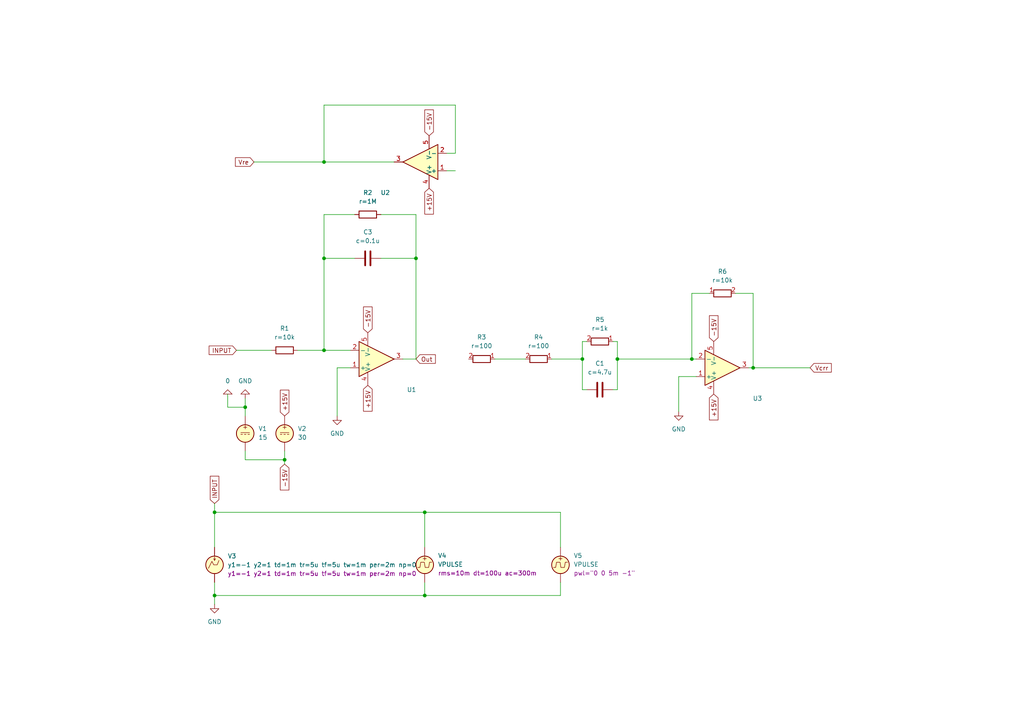
<source format=kicad_sch>
(kicad_sch (version 20231120) (generator "eeschema") (generator_version "8.0")
  (paper "A4")
  (lib_symbols
    (symbol "Device:C" (pin_numbers hide) (pin_names (offset 0.254))
      (property "Reference" "C" (at 0.635 2.54 0))
      (property "Value" "C" (at 0.635 -2.54 0))
      (symbol "C_0_1"
        (polyline (pts (xy -2.032 -0.762) (xy 2.032 -0.762)) (stroke (width 0.508)))
        (polyline (pts (xy -2.032 0.762) (xy 2.032 0.762)) (stroke (width 0.508)))
      )
      (symbol "C_1_1"
        (pin passive line (at 0 3.81 270) (length 2.794) (name "~") (number "1"))
        (pin passive line (at 0 -3.81 90) (length 2.794) (name "~") (number "2"))
      )
    )
    (symbol "Device:R" (pin_numbers hide) (pin_names (offset 0))
      (property "Reference" "R" (at 2.032 0 90))
      (property "Value" "R" (at 0 0 90))
      (symbol "R_0_1"
        (rectangle (start -1.016 -2.54) (end 1.016 2.54) (stroke (width 0.254)))
      )
      (symbol "R_1_1"
        (pin passive line (at 0 3.81 270) (length 1.27) (name "~") (number "1"))
        (pin passive line (at 0 -3.81 90) (length 1.27) (name "~") (number "2"))
      )
    )
    (symbol "GND_1" (power) (pin_numbers hide) (pin_names (offset 0) hide)
      (property "Value" "GND" (at 0 -3.81 0))
      (symbol "GND_1_0_1"
        (polyline (pts (xy 0 0) (xy 0 -1.27) (xy 1.27 -1.27) (xy 0 -2.54) (xy -1.27 -1.27) (xy 0 -1.27)))
      )
      (symbol "GND_1_1_1"
        (pin power_in line (at 0 0 270) (length 0) (name "~") (number "1"))
      )
    )
    (symbol "R_1" (pin_names (offset 0))
      (property "Reference" "R" (at 2.032 0 90))
      (property "Value" "R" (at 0 0 90))
      (symbol "R_1_0_1"
        (rectangle (start -1.016 -2.54) (end 1.016 2.54) (stroke (width 0.254)))
      )
      (symbol "R_1_1_1"
        (pin passive line (at 0 3.81 270) (length 1.27) (name "~") (number "1"))
        (pin passive line (at 0 -3.81 90) (length 1.27) (name "~") (number "2"))
      )
    )
    (symbol "Simulation_SPICE:0" (power) (pin_names (offset 0))
      (property "Value" "0" (at 0 -1.778 0))
      (symbol "0_0_1"
        (polyline (pts (xy -1.27 0) (xy 0 -1.27) (xy 1.27 0) (xy -1.27 0)))
      )
      (symbol "0_1_1"
        (pin power_in line (at 0 0 0) (length 0) hide (name "0") (number "1"))
      )
    )
    (symbol "Simulation_SPICE:IPWL" (pin_numbers hide) (pin_names (offset 0.0254))
      (property "Reference" "I" (at 2.54 2.54 0))
      (property "Value" "IPWL" (at 2.54 0 0))
      (property "Sim.Params" "pwl=\"0 -1 50n -1 51n 0 97n 1 171n -1 200n -1\"" (at 2.54 -2.54 0))
      (symbol "IPWL_0_0"
        (polyline (pts (xy -1.778 -1.016) (xy -0.762 1.016) (xy -0.254 0) (xy 0.762 0) (xy 1.27 1.27)))
      )
      (symbol "IPWL_0_1"
        (polyline (pts (xy 0 1.27) (xy 0 2.286)))
        (polyline (pts (xy -0.254 1.778) (xy 0 1.27) (xy 0.254 1.778)))
        (circle (center 0 0) (radius 2.54) (stroke (width 0.254)) (fill (type background)))
      )
      (symbol "IPWL_1_1"
        (pin passive line (at 0 5.08 270) (length 2.54) (name "~") (number "1"))
        (pin passive line (at 0 -5.08 90) (length 2.54) (name "~") (number "2"))
      )
    )
    (symbol "Simulation_SPICE:OPAMP" (pin_names (offset 0.254))
      (property "Reference" "U" (at 3.81 3.175 0))
      (property "Value" "${SIM.PARAMS}" (at 3.81 -3.175 0))
      (symbol "OPAMP_0_1"
        (polyline (pts (xy 5.08 0) (xy -5.08 5.08) (xy -5.08 -5.08) (xy 5.08 0)) (stroke (width 0.254)) (fill (type background)))
      )
      (symbol "OPAMP_1_1"
        (pin input line (at -7.62 2.54 0) (length 2.54) (name "+") (number "1"))
        (pin input line (at -7.62 -2.54 0) (length 2.54) (name "-") (number "2"))
        (pin output line (at 7.62 0 180) (length 2.54) (name "~") (number "3"))
        (pin power_in line (at -2.54 7.62 270) (length 3.81) (name "V+") (number "4"))
        (pin power_in line (at -2.54 -7.62 90) (length 3.81) (name "V-") (number "5"))
      )
    )
    (symbol "Simulation_SPICE:VDC" (pin_numbers hide) (pin_names (offset 0.0254))
      (property "Reference" "V" (at 2.54 2.54 0))
      (property "Value" "1" (at 2.54 0 0))
      (symbol "VDC_0_0"
        (polyline (pts (xy -1.27 0.254) (xy 1.27 0.254)))
        (polyline (pts (xy -0.762 -0.254) (xy -1.27 -0.254)))
        (polyline (pts (xy 0.254 -0.254) (xy -0.254 -0.254)))
        (polyline (pts (xy 1.27 -0.254) (xy 0.762 -0.254)))
        (text "+" (at 0 1.905 0) (effects (font (size 1.27 1.27))))
      )
      (symbol "VDC_0_1"
        (circle (center 0 0) (radius 2.54) (stroke (width 0.254)) (fill (type background)))
      )
      (symbol "VDC_1_1"
        (pin passive line (at 0 5.08 270) (length 2.54) (name "~") (number "1"))
        (pin passive line (at 0 -5.08 90) (length 2.54) (name "~") (number "2"))
      )
    )
    (symbol "Simulation_SPICE:VPULSE" (pin_numbers hide) (pin_names (offset 0.0254))
      (property "Reference" "V" (at 2.54 2.54 0))
      (property "Value" "VPULSE" (at 2.54 0 0))
      (property "Sim.Params" "y1=0 y2=1 td=2n tr=2n tf=2n tw=50n per=100n" (at 2.54 -2.54 0))
      (symbol "VPULSE_0_0"
        (polyline (pts (xy -2.032 -0.762) (xy -1.397 -0.762) (xy -1.143 0.762) (xy -0.127 0.762) (xy 0.127 -0.762) (xy 1.143 -0.762) (xy 1.397 0.762) (xy 2.032 0.762)))
        (text "+" (at 0 1.905 0) (effects (font (size 1.27 1.27))))
      )
      (symbol "VPULSE_0_1"
        (circle (center 0 0) (radius 2.54) (stroke (width 0.254)) (fill (type background)))
      )
      (symbol "VPULSE_1_1"
        (pin passive line (at 0 5.08 270) (length 2.54) (name "~") (number "1"))
        (pin passive line (at 0 -5.08 90) (length 2.54) (name "~") (number "2"))
      )
    )
    (symbol "power:GND" (power) (pin_names (offset 0))
      (property "Value" "GND" (at 0 -3.81 0))
      (symbol "GND_0_1"
        (polyline (pts (xy 0 0) (xy 0 -1.27) (xy 1.27 -1.27) (xy 0 -2.54) (xy -1.27 -1.27) (xy 0 -1.27)))
      )
      (symbol "GND_1_1"
        (pin power_in line (at 0 0 270) (length 0) hide (name "GND") (number "1"))
      )
    )
  )
  (junction (at 168.91 104.14))
  (junction (at 82.55 133.35))
  (junction (at 179.07 104.14))
  (junction (at 93.98 46.99))
  (junction (at 93.98 74.93))
  (junction (at 123.19 172.72))
  (junction (at 62.23 148.59))
  (junction (at 62.23 172.72))
  (junction (at 123.19 148.59))
  (junction (at 200.66 104.14))
  (junction (at 93.98 101.6))
  (junction (at 71.12 118.11))
  (junction (at 218.44 106.68))
  (junction (at 120.65 74.93))
  (wire (pts (xy 213.36 85.09) (xy 218.44 85.09)))
  (wire (pts (xy 110.49 62.23) (xy 120.65 62.23)))
  (wire (pts (xy 93.98 30.48) (xy 132.08 30.48)))
  (wire (pts (xy 102.87 62.23) (xy 93.98 62.23)))
  (wire (pts (xy 93.98 62.23) (xy 93.98 74.93)))
  (wire (pts (xy 168.91 99.06) (xy 170.18 99.06)))
  (wire (pts (xy 97.79 106.68) (xy 97.79 120.65)))
  (wire (pts (xy 168.91 113.03) (xy 168.91 104.14)))
  (wire (pts (xy 179.07 104.14) (xy 200.66 104.14)))
  (wire (pts (xy 201.93 109.22) (xy 196.85 109.22)))
  (wire (pts (xy 143.51 104.14) (xy 152.4 104.14)))
  (wire (pts (xy 82.55 130.81) (xy 82.55 133.35)))
  (wire (pts (xy 71.12 118.11) (xy 66.04 118.11)))
  (wire (pts (xy 132.08 44.45) (xy 129.54 44.45)))
  (wire (pts (xy 162.56 158.75) (xy 162.56 148.59)))
  (wire (pts (xy 93.98 101.6) (xy 101.6 101.6)))
  (wire (pts (xy 177.8 99.06) (xy 179.07 99.06)))
  (wire (pts (xy 62.23 148.59) (xy 123.19 148.59)))
  (wire (pts (xy 218.44 85.09) (xy 218.44 106.68)))
  (wire (pts (xy 205.74 85.09) (xy 200.66 85.09)))
  (wire (pts (xy 120.65 62.23) (xy 120.65 74.93)))
  (wire (pts (xy 200.66 85.09) (xy 200.66 104.14)))
  (wire (pts (xy 129.54 49.53) (xy 132.08 49.53)))
  (wire (pts (xy 93.98 46.99) (xy 93.98 30.48)))
  (wire (pts (xy 71.12 133.35) (xy 82.55 133.35)))
  (wire (pts (xy 71.12 118.11) (xy 71.12 120.65)))
  (wire (pts (xy 168.91 104.14) (xy 168.91 99.06)))
  (wire (pts (xy 86.36 101.6) (xy 93.98 101.6)))
  (wire (pts (xy 160.02 104.14) (xy 168.91 104.14)))
  (wire (pts (xy 82.55 133.35) (xy 82.55 134.62)))
  (wire (pts (xy 93.98 74.93) (xy 102.87 74.93)))
  (wire (pts (xy 71.12 130.81) (xy 71.12 133.35)))
  (wire (pts (xy 123.19 172.72) (xy 162.56 172.72)))
  (wire (pts (xy 218.44 106.68) (xy 234.95 106.68)))
  (wire (pts (xy 116.84 104.14) (xy 120.65 104.14)))
  (wire (pts (xy 110.49 74.93) (xy 120.65 74.93)))
  (wire (pts (xy 200.66 104.14) (xy 201.93 104.14)))
  (wire (pts (xy 101.6 106.68) (xy 97.79 106.68)))
  (wire (pts (xy 196.85 109.22) (xy 196.85 119.38)))
  (wire (pts (xy 93.98 46.99) (xy 114.3 46.99)))
  (wire (pts (xy 179.07 104.14) (xy 179.07 113.03)))
  (wire (pts (xy 162.56 148.59) (xy 123.19 148.59)))
  (wire (pts (xy 66.04 118.11) (xy 66.04 114.3)))
  (wire (pts (xy 179.07 99.06) (xy 179.07 104.14)))
  (wire (pts (xy 162.56 172.72) (xy 162.56 168.91)))
  (wire (pts (xy 93.98 74.93) (xy 93.98 101.6)))
  (wire (pts (xy 179.07 113.03) (xy 177.8 113.03)))
  (wire (pts (xy 123.19 168.91) (xy 123.19 172.72)))
  (wire (pts (xy 62.23 168.91) (xy 62.23 172.72)))
  (wire (pts (xy 62.23 146.05) (xy 62.23 148.59)))
  (wire (pts (xy 217.17 106.68) (xy 218.44 106.68)))
  (wire (pts (xy 71.12 115.57) (xy 71.12 118.11)))
  (wire (pts (xy 68.58 101.6) (xy 78.74 101.6)))
  (wire (pts (xy 120.65 74.93) (xy 120.65 104.14)))
  (wire (pts (xy 123.19 172.72) (xy 62.23 172.72)))
  (wire (pts (xy 73.66 46.99) (xy 93.98 46.99)))
  (wire (pts (xy 123.19 158.75) (xy 123.19 148.59)))
  (wire (pts (xy 62.23 148.59) (xy 62.23 158.75)))
  (wire (pts (xy 132.08 30.48) (xy 132.08 44.45)))
  (wire (pts (xy 170.18 113.03) (xy 168.91 113.03)))
  (wire (pts (xy 62.23 172.72) (xy 62.23 175.26)))
  (global_label "Out" (shape input) (at 120.65 104.14 0) (property "Intersheetrefs" "${INTERSHEET_REFS}" (effects (hide yes))))
  (global_label "INPUT" (shape input) (at 68.58 101.6 180) (property "Intersheetrefs" "${INTERSHEET_REFS}" (effects (hide yes))))
  (global_label "-15V" (shape input) (at 106.68 96.52 90) (property "Intersheetrefs" "${INTERSHEET_REFS}" (effects (hide yes))))
  (global_label "-15V" (shape input) (at 207.01 99.06 90) (property "Intersheetrefs" "${INTERSHEET_REFS}" (effects (hide yes))))
  (global_label "+15V" (shape input) (at 82.55 120.65 90) (property "Intersheetrefs" "${INTERSHEET_REFS}" (effects (hide yes))))
  (global_label "-15V" (shape input) (at 124.46 39.37 90) (property "Intersheetrefs" "${INTERSHEET_REFS}" (effects (hide yes))))
  (global_label "+15V" (shape input) (at 124.46 54.61 270) (property "Intersheetrefs" "${INTERSHEET_REFS}" (effects (hide yes))))
  (global_label "INPUT" (shape input) (at 62.23 146.05 90) (property "Intersheetrefs" "${INTERSHEET_REFS}" (effects (hide yes))))
  (global_label "Vre" (shape input) (at 73.66 46.99 180) (property "Intersheetrefs" "${INTERSHEET_REFS}" (effects (hide yes))))
  (global_label "Vcrr" (shape input) (at 234.95 106.68 0) (property "Intersheetrefs" "${INTERSHEET_REFS}" (effects (hide yes))))
  (global_label "-15V" (shape input) (at 82.55 134.62 270) (property "Intersheetrefs" "${INTERSHEET_REFS}" (effects (hide yes))))
  (global_label "+15V" (shape input) (at 207.01 114.3 270) (property "Intersheetrefs" "${INTERSHEET_REFS}" (effects (hide yes))))
  (global_label "+15V" (shape input) (at 106.68 111.76 270) (property "Intersheetrefs" "${INTERSHEET_REFS}" (effects (hide yes))))
  (symbol (lib_id "power:GND") (at 62.23 175.26 0) (unit 1)
    (property "Reference" "#PWR04" (effects (hide yes)))
    (property "Value" "GND" (at 62.23 180.34 0))
  )
  (symbol (lib_id "Device:R") (at 82.55 101.6 90) (unit 1)
    (property "Reference" "R1" (at 82.55 95.25 90))
    (property "Value" "${SIM.PARAMS}" (at 82.55 97.79 90))
    (property "Sim.Device" "R" (effects (hide yes)))
    (property "Sim.Type" "=" (effects (hide yes)))
    (property "Sim.Params" "r=10k" (effects (hide yes)))
    (property "Sim.Pins" "1=+ 2=-" (effects (hide yes)))
  )
  (symbol (lib_id "Simulation_SPICE:OPAMP") (at 121.92 46.99 180) (unit 1) (exclude_from_sim yes)
    (property "Reference" "U2" (at 111.76 55.88 0))
    (property "Value" "${SIM.PARAMS}" (at 111.76 53.34 0))
    (property "Sim.Pins" "1=1 2=2 3=5 4=3 5=4" (effects (hide yes)))
    (property "Sim.Device" "SUBCKT" (effects (hide yes)))
    (property "Sim.Library" "OP07D.LIB" (effects (hide yes)))
    (property "Sim.Name" "OP07D" (effects (hide yes)))
  )
  (symbol (lib_id "Simulation_SPICE:0") (at 66.04 114.3 180) (unit 1)
    (property "Reference" "#GND01" (effects (hide yes)))
    (property "Value" "0" (at 66.04 110.49 0))
  )
  (symbol (lib_id "Device:C") (at 106.68 74.93 90) (unit 1)
    (property "Reference" "C3" (at 106.68 67.31 90))
    (property "Value" "${SIM.PARAMS}" (at 106.68 69.85 90))
    (property "Description" "Unpolarized capacitor" (effects (hide yes)))
    (property "Sim.Device" "C" (effects (hide yes)))
    (property "Sim.Type" "=" (effects (hide yes)))
    (property "Sim.Params" "c=0.1u" (effects (hide yes)))
    (property "Sim.Pins" "1=+ 2=-" (effects (hide yes)))
  )
  (symbol (lib_id "Simulation_SPICE:VPULSE") (at 162.56 163.83 0) (unit 1) (exclude_from_sim yes)
    (property "Reference" "V5" (at 166.37 161.1601 0) (effects (justify left)))
    (property "Value" "VPULSE" (at 166.37 163.7001 0) (effects (justify left)))
    (property "Datasheet" "https://ngspice.sourceforge.io/docs/ngspice-html-manual/manual.xhtml#sec_Independent_Sources_for" (effects (hide yes)))
    (property "Description" "Voltage source, pulse" (effects (hide yes)))
    (property "Sim.Pins" "1=+ 2=-" (effects (hide yes)))
    (property "Sim.Type" "PWL" (effects (hide yes)))
    (property "Sim.Device" "V" (effects (hide yes)))
    (property "Sim.Params" "pwl=\"0 0 5m -1\"" (at 166.37 166.2401 0) (effects (justify left)))
  )
  (symbol (lib_id "Simulation_SPICE:IPWL") (at 62.23 163.83 0) (unit 1)
    (property "Reference" "V3" (at 66.04 161.29 0) (effects (justify left)))
    (property "Value" "${SIM.PARAMS}" (at 66.04 163.83 0) (effects (justify left)))
    (property "Sim.Pins" "1=+ 2=-" (effects (hide yes)))
    (property "Sim.Device" "V" (effects (hide yes)))
    (property "Sim.Params" "y1=-1 y2=1 td=1m tr=5u tf=5u tw=1m per=2m np=0" (at 66.04 166.37 0) (effects (justify left)))
    (property "Sim.Type" "PULSE" (effects (hide yes)))
  )
  (symbol (lib_id "Device:R") (at 106.68 62.23 90) (unit 1)
    (property "Reference" "R2" (at 106.68 55.88 90))
    (property "Value" "${SIM.PARAMS}" (at 106.68 58.42 90))
    (property "Sim.Device" "R" (effects (hide yes)))
    (property "Sim.Type" "=" (effects (hide yes)))
    (property "Sim.Params" "r=1M" (effects (hide yes)))
    (property "Sim.Pins" "1=+ 2=-" (effects (hide yes)))
  )
  (symbol (lib_id "Device:C") (at 173.99 113.03 90) (unit 1) (exclude_from_sim yes)
    (property "Reference" "C1" (at 173.99 105.41 90))
    (property "Value" "${SIM.PARAMS}" (at 173.99 107.95 90))
    (property "Description" "Unpolarized capacitor" (effects (hide yes)))
    (property "Sim.Device" "C" (effects (hide yes)))
    (property "Sim.Type" "=" (effects (hide yes)))
    (property "Sim.Params" "c=4.7u" (effects (hide yes)))
    (property "Sim.Pins" "1=+ 2=-" (effects (hide yes)))
  )
  (symbol (lib_name "R_1") (lib_id "Device:R") (at 156.21 104.14 270) (unit 1) (exclude_from_sim yes)
    (property "Reference" "R4" (at 156.21 97.79 90))
    (property "Value" "${SIM.PARAMS}" (at 156.21 100.33 90))
    (property "Sim.Device" "R" (effects (hide yes)))
    (property "Sim.Type" "=" (effects (hide yes)))
    (property "Sim.Params" "r=100" (effects (hide yes)))
    (property "Sim.Pins" "1=+ 2=-" (effects (hide yes)))
  )
  (symbol (lib_name "GND_1") (lib_id "power:GND") (at 196.85 119.38 0) (unit 1) (exclude_from_sim yes)
    (property "Reference" "#PWR03" (effects (hide yes)))
    (property "Value" "GND" (at 196.85 124.46 0))
    (property "Description" "Power symbol creates a global label with name \"GND\" , ground" (effects (hide yes)))
  )
  (symbol (lib_id "Simulation_SPICE:VDC") (at 71.12 125.73 0) (unit 1)
    (property "Reference" "V1" (at 74.93 124.3302 0) (effects (justify left)))
    (property "Value" "15" (at 74.93 126.8702 0) (effects (justify left)))
    (property "Sim.Pins" "1=+ 2=-" (effects (hide yes)))
    (property "Sim.Type" "DC" (effects (hide yes)))
    (property "Sim.Device" "V" (effects (hide yes)))
  )
  (symbol (lib_id "Simulation_SPICE:VPULSE") (at 123.19 163.83 0) (unit 1) (exclude_from_sim yes)
    (property "Reference" "V4" (at 127 161.1601 0) (effects (justify left)))
    (property "Value" "VPULSE" (at 127 163.7001 0) (effects (justify left)))
    (property "Datasheet" "https://ngspice.sourceforge.io/docs/ngspice-html-manual/manual.xhtml#sec_Independent_Sources_for" (effects (hide yes)))
    (property "Description" "Voltage source, pulse" (effects (hide yes)))
    (property "Sim.Pins" "1=+ 2=-" (effects (hide yes)))
    (property "Sim.Type" "WHITENOISE" (effects (hide yes)))
    (property "Sim.Device" "V" (effects (hide yes)))
    (property "Sim.Params" "rms=10m dt=100u ac=300m" (at 127 166.2401 0) (effects (justify left)))
  )
  (symbol (lib_id "Simulation_SPICE:VDC") (at 82.55 125.73 0) (unit 1)
    (property "Reference" "V2" (at 86.36 124.3302 0) (effects (justify left)))
    (property "Value" "30" (at 86.36 126.8702 0) (effects (justify left)))
    (property "Sim.Pins" "1=+ 2=-" (effects (hide yes)))
    (property "Sim.Type" "DC" (effects (hide yes)))
    (property "Sim.Device" "V" (effects (hide yes)))
    (property "Sim.Params" "dc=30" (effects (hide yes)))
  )
  (symbol (lib_id "power:GND") (at 97.79 120.65 0) (unit 1)
    (property "Reference" "#PWR02" (effects (hide yes)))
    (property "Value" "GND" (at 97.79 125.73 0))
  )
  (symbol (lib_name "R_1") (lib_id "Device:R") (at 139.7 104.14 270) (unit 1) (exclude_from_sim yes)
    (property "Reference" "R3" (at 139.7 97.79 90))
    (property "Value" "${SIM.PARAMS}" (at 139.7 100.33 90))
    (property "Sim.Device" "R" (effects (hide yes)))
    (property "Sim.Type" "=" (effects (hide yes)))
    (property "Sim.Params" "r=100" (effects (hide yes)))
    (property "Sim.Pins" "1=+ 2=-" (effects (hide yes)))
  )
  (symbol (lib_id "Simulation_SPICE:OPAMP") (at 109.22 104.14 0) (mirror x) (unit 1)
    (property "Reference" "U1" (at 119.38 113.03 0))
    (property "Value" "${SIM.PARAMS}" (at 119.38 110.49 0))
    (property "Sim.Pins" "1=1 2=2 3=5 4=3 5=4" (effects (hide yes)))
    (property "Sim.Device" "SUBCKT" (effects (hide yes)))
    (property "Sim.Library" "OP07D.LIB" (effects (hide yes)))
    (property "Sim.Name" "OP07D" (effects (hide yes)))
  )
  (symbol (lib_name "R_1") (lib_id "Device:R") (at 209.55 85.09 90) (unit 1) (exclude_from_sim yes)
    (property "Reference" "R6" (at 209.55 78.74 90))
    (property "Value" "${SIM.PARAMS}" (at 209.55 81.28 90))
    (property "Sim.Device" "R" (effects (hide yes)))
    (property "Sim.Type" "=" (effects (hide yes)))
    (property "Sim.Params" "r=10k" (effects (hide yes)))
    (property "Sim.Pins" "1=+ 2=-" (effects (hide yes)))
  )
  (symbol (lib_id "Simulation_SPICE:OPAMP") (at 209.55 106.68 0) (mirror x) (unit 1) (exclude_from_sim yes)
    (property "Reference" "U3" (at 219.71 115.57 0))
    (property "Value" "${SIM.PARAMS}" (at 219.71 113.03 0))
    (property "Sim.Pins" "1=1 2=2 3=5 4=3 5=4" (effects (hide yes)))
    (property "Sim.Device" "SUBCKT" (effects (hide yes)))
    (property "Sim.Library" "OP07D.LIB" (effects (hide yes)))
    (property "Sim.Name" "OP07D" (effects (hide yes)))
  )
  (symbol (lib_name "R_1") (lib_id "Device:R") (at 173.99 99.06 270) (unit 1) (exclude_from_sim yes)
    (property "Reference" "R5" (at 173.99 92.71 90))
    (property "Value" "${SIM.PARAMS}" (at 173.99 95.25 90))
    (property "Sim.Device" "R" (effects (hide yes)))
    (property "Sim.Type" "=" (effects (hide yes)))
    (property "Sim.Params" "r=1k" (effects (hide yes)))
    (property "Sim.Pins" "1=+ 2=-" (effects (hide yes)))
  )
  (symbol (lib_id "power:GND") (at 71.12 115.57 180) (unit 1)
    (property "Reference" "#PWR01" (effects (hide yes)))
    (property "Value" "GND" (at 71.12 110.49 0))
  )
)
</source>
